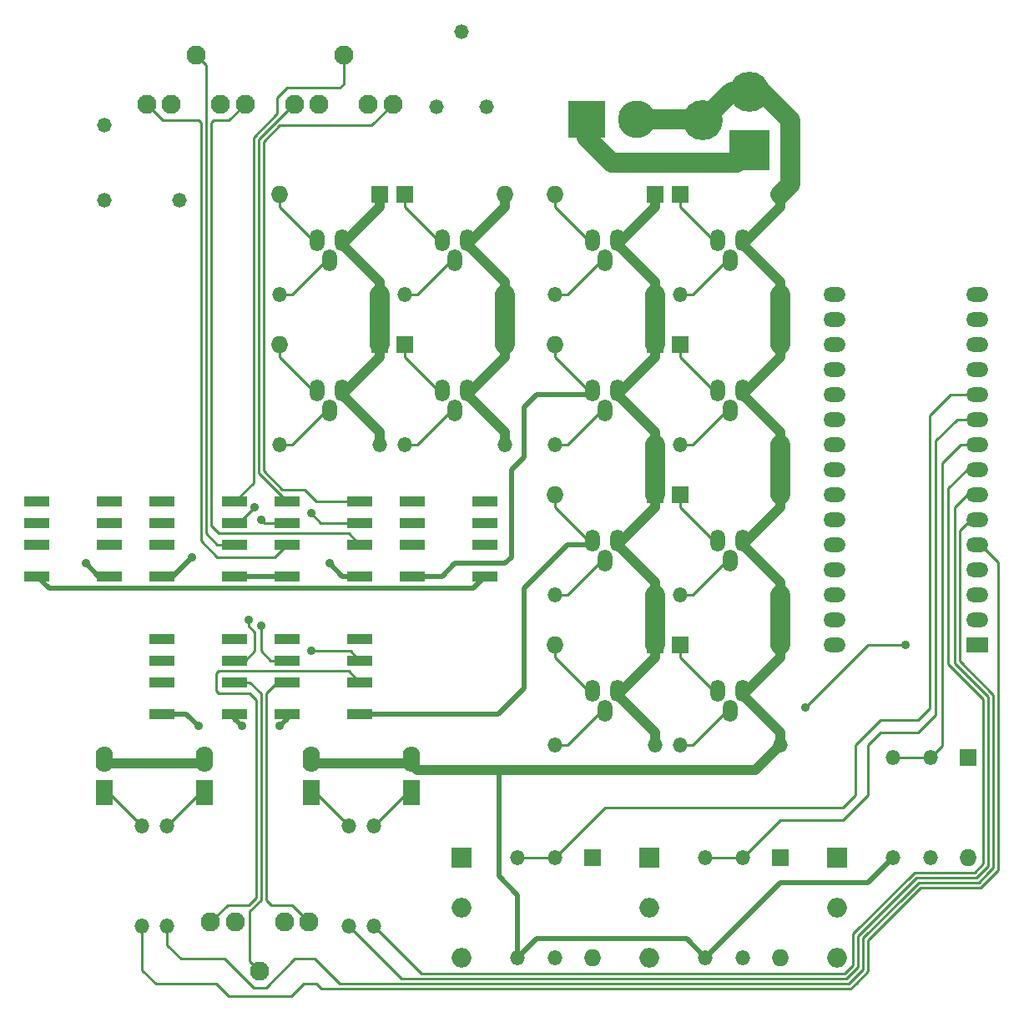
<source format=gtl>
G04 (created by PCBNEW (2013-07-07 BZR 4022)-stable) date Sun 01 Nov 2020 01:09:18 PM CST*
%MOIN*%
G04 Gerber Fmt 3.4, Leading zero omitted, Abs format*
%FSLAX34Y34*%
G01*
G70*
G90*
G04 APERTURE LIST*
%ADD10C,0.00590551*%
%ADD11R,0.069X0.069*%
%ADD12O,0.069X0.069*%
%ADD13O,0.059X0.0885*%
%ADD14C,0.0767717*%
%ADD15O,0.059X0.059*%
%ADD16R,0.069X0.1035*%
%ADD17O,0.069X0.1035*%
%ADD18R,0.0885X0.059*%
%ADD19O,0.0885X0.059*%
%ADD20R,0.0787402X0.0787402*%
%ADD21O,0.0787402X0.0787402*%
%ADD22R,0.16X0.16*%
%ADD23C,0.16*%
%ADD24R,0.15X0.15*%
%ADD25C,0.15*%
%ADD26R,0.0984252X0.0393701*%
%ADD27O,0.058X0.058*%
%ADD28C,0.035*%
%ADD29C,0.01*%
%ADD30C,0.08*%
%ADD31C,0.04*%
%ADD32C,0.02*%
G04 APERTURE END LIST*
G54D10*
G54D11*
X58000Y-92500D03*
G54D12*
X58000Y-96500D03*
G54D13*
X51500Y-73852D03*
X51000Y-74647D03*
X50500Y-73852D03*
X45500Y-67852D03*
X45000Y-68647D03*
X44500Y-67852D03*
X56500Y-85852D03*
X56000Y-86647D03*
X55500Y-85852D03*
X56500Y-73852D03*
X56000Y-74647D03*
X55500Y-73852D03*
X40500Y-73852D03*
X40000Y-74647D03*
X39500Y-73852D03*
X51500Y-79852D03*
X51000Y-80647D03*
X50500Y-79852D03*
X56500Y-79852D03*
X56000Y-80647D03*
X55500Y-79852D03*
X56500Y-67852D03*
X56000Y-68647D03*
X55500Y-67852D03*
X51500Y-67852D03*
X51000Y-68647D03*
X50500Y-67852D03*
X45500Y-73852D03*
X45000Y-74647D03*
X44500Y-73852D03*
X40500Y-67852D03*
X40000Y-68647D03*
X39500Y-67852D03*
X51500Y-85852D03*
X51000Y-86647D03*
X50500Y-85852D03*
G54D14*
X37204Y-97047D03*
X36220Y-95078D03*
X38188Y-95078D03*
X35236Y-95078D03*
X39173Y-95078D03*
G54D15*
X54000Y-76000D03*
X58000Y-76000D03*
X42000Y-70000D03*
X38000Y-70000D03*
X53000Y-76000D03*
X49000Y-76000D03*
X53000Y-82000D03*
X49000Y-82000D03*
X43000Y-70000D03*
X47000Y-70000D03*
X43000Y-76000D03*
X47000Y-76000D03*
X54000Y-82000D03*
X58000Y-82000D03*
X53000Y-88000D03*
X49000Y-88000D03*
X54000Y-88000D03*
X58000Y-88000D03*
X53000Y-70000D03*
X49000Y-70000D03*
X54000Y-70000D03*
X58000Y-70000D03*
X42000Y-76000D03*
X38000Y-76000D03*
X49000Y-96500D03*
X49000Y-92500D03*
X56500Y-96500D03*
X56500Y-92500D03*
X64000Y-92500D03*
X64000Y-88500D03*
X40750Y-95250D03*
X40750Y-91250D03*
X41750Y-95250D03*
X41750Y-91250D03*
X33500Y-95250D03*
X33500Y-91250D03*
X32500Y-95250D03*
X32500Y-91250D03*
G54D16*
X35000Y-89922D03*
G54D17*
X35000Y-88577D03*
G54D16*
X39250Y-89922D03*
G54D17*
X39250Y-88577D03*
G54D16*
X43250Y-89922D03*
G54D17*
X43250Y-88577D03*
G54D16*
X31000Y-89922D03*
G54D17*
X31000Y-88577D03*
G54D11*
X65500Y-88500D03*
G54D12*
X65500Y-92500D03*
G54D11*
X50500Y-92500D03*
G54D12*
X50500Y-96500D03*
G54D11*
X42000Y-72000D03*
G54D12*
X38000Y-72000D03*
G54D11*
X43000Y-72000D03*
G54D12*
X47000Y-72000D03*
G54D11*
X54000Y-66000D03*
G54D12*
X58000Y-66000D03*
G54D11*
X53000Y-66000D03*
G54D12*
X49000Y-66000D03*
G54D11*
X43000Y-66000D03*
G54D12*
X47000Y-66000D03*
G54D11*
X42000Y-66000D03*
G54D12*
X38000Y-66000D03*
G54D11*
X53000Y-84000D03*
G54D12*
X49000Y-84000D03*
G54D11*
X54000Y-84000D03*
G54D12*
X58000Y-84000D03*
G54D11*
X54000Y-72000D03*
G54D12*
X58000Y-72000D03*
G54D11*
X53000Y-72000D03*
G54D12*
X49000Y-72000D03*
G54D11*
X53000Y-78000D03*
G54D12*
X49000Y-78000D03*
G54D11*
X54000Y-78000D03*
G54D12*
X58000Y-78000D03*
G54D18*
X65852Y-84000D03*
G54D19*
X65852Y-83000D03*
X65852Y-82000D03*
X65852Y-81000D03*
X60147Y-79000D03*
X60147Y-80000D03*
X60147Y-81000D03*
X65852Y-80000D03*
X65852Y-79000D03*
X65852Y-78000D03*
X60147Y-78000D03*
X60147Y-77000D03*
X60147Y-76000D03*
X65852Y-77000D03*
X65852Y-76000D03*
X65852Y-75000D03*
X65852Y-74000D03*
X65852Y-73000D03*
X65852Y-72000D03*
X65852Y-71000D03*
X60147Y-75000D03*
X60147Y-74000D03*
X60147Y-73000D03*
X60147Y-72000D03*
X60147Y-71000D03*
X60147Y-70000D03*
X65852Y-70000D03*
X60147Y-82000D03*
X60147Y-83000D03*
X60147Y-84000D03*
G54D20*
X60250Y-92500D03*
G54D21*
X60250Y-94500D03*
X60250Y-96500D03*
G54D20*
X52750Y-92500D03*
G54D21*
X52750Y-94500D03*
X52750Y-96500D03*
G54D20*
X45250Y-92500D03*
G54D21*
X45250Y-94500D03*
X45250Y-96500D03*
G54D22*
X56750Y-64250D03*
G54D23*
X56750Y-61900D03*
X54900Y-63050D03*
G54D24*
X50250Y-63000D03*
G54D25*
X52250Y-63000D03*
G54D15*
X47500Y-92500D03*
X47500Y-96500D03*
X55000Y-92500D03*
X55000Y-96500D03*
X62500Y-88500D03*
X62500Y-92500D03*
G54D26*
X33293Y-85500D03*
X33293Y-84633D03*
X33293Y-83767D03*
X33293Y-86759D03*
X36206Y-85500D03*
X36206Y-84633D03*
X36206Y-83767D03*
X36206Y-86759D03*
X38293Y-85500D03*
X38293Y-84633D03*
X38293Y-83767D03*
X38293Y-86759D03*
X41206Y-85500D03*
X41206Y-84633D03*
X41206Y-83767D03*
X41206Y-86759D03*
X43293Y-80000D03*
X43293Y-79133D03*
X43293Y-78267D03*
X43293Y-81259D03*
X46206Y-80000D03*
X46206Y-79133D03*
X46206Y-78267D03*
X46206Y-81259D03*
X38293Y-80000D03*
X38293Y-79133D03*
X38293Y-78267D03*
X38293Y-81259D03*
X41206Y-80000D03*
X41206Y-79133D03*
X41206Y-78267D03*
X41206Y-81259D03*
X33293Y-80000D03*
X33293Y-79133D03*
X33293Y-78267D03*
X33293Y-81259D03*
X36206Y-80000D03*
X36206Y-79133D03*
X36206Y-78267D03*
X36206Y-81259D03*
X28293Y-80000D03*
X28293Y-79133D03*
X28293Y-78267D03*
X28293Y-81259D03*
X31206Y-80000D03*
X31206Y-79133D03*
X31206Y-78267D03*
X31206Y-81259D03*
G54D14*
X34645Y-60433D03*
X35629Y-62401D03*
X33661Y-62401D03*
X36614Y-62401D03*
X32677Y-62401D03*
X40551Y-60433D03*
X41535Y-62401D03*
X39566Y-62401D03*
X42519Y-62401D03*
X38582Y-62401D03*
G54D27*
X45250Y-59500D03*
X46250Y-62500D03*
X44250Y-62500D03*
X31000Y-66250D03*
X34000Y-66250D03*
X31000Y-63250D03*
G54D28*
X38000Y-87250D03*
X36500Y-87250D03*
X34500Y-80500D03*
X40000Y-80750D03*
X30250Y-80750D03*
X34750Y-87250D03*
X63000Y-84000D03*
X59000Y-86500D03*
X39250Y-84250D03*
X39250Y-78750D03*
X37000Y-78500D03*
X36750Y-83000D03*
X37250Y-83250D03*
X37250Y-79000D03*
G54D29*
X66700Y-92600D02*
X66700Y-80700D01*
X66700Y-92998D02*
X66700Y-92600D01*
X65400Y-93700D02*
X65998Y-93700D01*
X63598Y-93700D02*
X65400Y-93700D01*
X61500Y-96750D02*
X61500Y-95798D01*
X61500Y-97048D02*
X61500Y-96750D01*
X45350Y-97750D02*
X60798Y-97750D01*
X39450Y-97550D02*
X39650Y-97750D01*
X39650Y-97750D02*
X45350Y-97750D01*
X35950Y-98050D02*
X38200Y-98050D01*
X38200Y-98050D02*
X38450Y-98050D01*
X38450Y-98050D02*
X38950Y-97550D01*
X32500Y-95250D02*
X32500Y-97000D01*
X35450Y-97550D02*
X35850Y-97950D01*
X33050Y-97550D02*
X35450Y-97550D01*
X32500Y-97000D02*
X33050Y-97550D01*
X35850Y-97950D02*
X35950Y-98050D01*
X38950Y-97550D02*
X39450Y-97550D01*
X60798Y-97750D02*
X61024Y-97524D01*
X61024Y-97524D02*
X61500Y-97048D01*
X61500Y-95798D02*
X62799Y-94499D01*
X62799Y-94499D02*
X63598Y-93700D01*
X65998Y-93700D02*
X66249Y-93449D01*
X66249Y-93449D02*
X66700Y-92998D01*
X66700Y-80700D02*
X66000Y-80000D01*
X66500Y-92500D02*
X66500Y-86000D01*
X66500Y-92915D02*
X66500Y-92500D01*
X65550Y-93500D02*
X65915Y-93500D01*
X63515Y-93500D02*
X65550Y-93500D01*
X61300Y-96600D02*
X61300Y-95715D01*
X61300Y-96965D02*
X61300Y-96600D01*
X45450Y-97550D02*
X60715Y-97550D01*
X39400Y-96550D02*
X40400Y-97550D01*
X40400Y-97550D02*
X45450Y-97550D01*
X33500Y-95250D02*
X33500Y-96000D01*
X38600Y-96550D02*
X39150Y-96550D01*
X37450Y-97700D02*
X38600Y-96550D01*
X36950Y-97700D02*
X37450Y-97700D01*
X35800Y-96550D02*
X36950Y-97700D01*
X34050Y-96550D02*
X35800Y-96550D01*
X33500Y-96000D02*
X34050Y-96550D01*
X39150Y-96550D02*
X39400Y-96550D01*
X60715Y-97550D02*
X60957Y-97307D01*
X60957Y-97307D02*
X61300Y-96965D01*
X61300Y-95715D02*
X62982Y-94032D01*
X62982Y-94032D02*
X63515Y-93500D01*
X65915Y-93500D02*
X66307Y-93107D01*
X66307Y-93107D02*
X66500Y-92915D01*
X65600Y-79000D02*
X66000Y-79000D01*
X65150Y-79450D02*
X65600Y-79000D01*
X65150Y-84650D02*
X65150Y-79450D01*
X66500Y-86000D02*
X65150Y-84650D01*
X64949Y-79850D02*
X64949Y-78500D01*
X65133Y-84916D02*
X64949Y-84732D01*
X66300Y-86250D02*
X66300Y-86082D01*
X66300Y-86082D02*
X65158Y-84941D01*
X65158Y-84941D02*
X65133Y-84916D01*
X61100Y-96550D02*
X61100Y-95632D01*
X61100Y-96882D02*
X61100Y-96550D01*
X45450Y-97350D02*
X60632Y-97350D01*
X42850Y-97350D02*
X45450Y-97350D01*
X40750Y-95250D02*
X42850Y-97350D01*
X60632Y-97350D02*
X60966Y-97016D01*
X60966Y-97016D02*
X61100Y-96882D01*
X66300Y-92832D02*
X66300Y-92400D01*
X65832Y-93300D02*
X66300Y-92832D01*
X63432Y-93300D02*
X65832Y-93300D01*
X61100Y-95632D02*
X63432Y-93300D01*
X66300Y-92400D02*
X66300Y-86250D01*
X64949Y-84732D02*
X64949Y-84350D01*
X64949Y-79850D02*
X64949Y-84350D01*
X65450Y-78000D02*
X66000Y-78000D01*
X64949Y-78500D02*
X65450Y-78000D01*
X64700Y-80850D02*
X64700Y-77750D01*
X64700Y-84765D02*
X64700Y-80850D01*
X66100Y-92400D02*
X66100Y-86300D01*
X60900Y-95550D02*
X63350Y-93100D01*
X63350Y-93100D02*
X65750Y-93100D01*
X65750Y-93100D02*
X66100Y-92750D01*
X66100Y-92750D02*
X66100Y-92400D01*
X45450Y-97150D02*
X60550Y-97150D01*
X43650Y-97150D02*
X45450Y-97150D01*
X41750Y-95250D02*
X43650Y-97150D01*
X60900Y-96800D02*
X60900Y-96450D01*
X60550Y-97150D02*
X60900Y-96800D01*
X60900Y-96450D02*
X60900Y-95550D01*
X66100Y-86165D02*
X65067Y-85132D01*
X66100Y-86300D02*
X66100Y-86165D01*
X65067Y-85132D02*
X64700Y-84765D01*
X65450Y-77000D02*
X66000Y-77000D01*
X64700Y-77750D02*
X65450Y-77000D01*
G54D30*
X42000Y-72000D02*
X42000Y-70000D01*
X53000Y-72000D02*
X53000Y-70000D01*
X53000Y-78000D02*
X53000Y-76000D01*
X53000Y-82000D02*
X53000Y-84000D01*
G54D31*
X40500Y-74000D02*
X42000Y-72500D01*
X42000Y-72500D02*
X42000Y-72000D01*
X40500Y-68000D02*
X42000Y-66500D01*
X42000Y-66500D02*
X42000Y-66000D01*
X51500Y-68000D02*
X53000Y-66500D01*
X53000Y-66500D02*
X53000Y-66000D01*
X53000Y-72000D02*
X53000Y-72500D01*
X53000Y-72500D02*
X51500Y-74000D01*
X51500Y-80000D02*
X53000Y-78500D01*
X53000Y-78500D02*
X53000Y-78000D01*
X51500Y-86000D02*
X53000Y-84500D01*
X53000Y-84500D02*
X53000Y-84000D01*
X42000Y-76000D02*
X42000Y-75500D01*
X42000Y-75500D02*
X40500Y-74000D01*
X42000Y-70000D02*
X42000Y-69500D01*
X42000Y-69500D02*
X40500Y-68000D01*
X53000Y-70000D02*
X53000Y-69500D01*
X53000Y-69500D02*
X51500Y-68000D01*
X53000Y-76000D02*
X53000Y-75500D01*
X53000Y-75500D02*
X51500Y-74000D01*
X53000Y-82000D02*
X53000Y-81500D01*
X53000Y-81500D02*
X51500Y-80000D01*
X53000Y-88000D02*
X53000Y-87500D01*
X53000Y-87500D02*
X51500Y-86000D01*
X50250Y-63000D02*
X50250Y-63750D01*
X56250Y-64750D02*
X56750Y-64250D01*
G54D30*
X51250Y-64750D02*
X56250Y-64750D01*
X50250Y-63750D02*
X51250Y-64750D01*
G54D32*
X55000Y-96500D02*
X58000Y-93500D01*
X61500Y-93500D02*
X62500Y-92500D01*
X58000Y-93500D02*
X61500Y-93500D01*
X47500Y-96500D02*
X48250Y-95750D01*
X54250Y-95750D02*
X55000Y-96500D01*
X53750Y-95750D02*
X54250Y-95750D01*
X48250Y-95750D02*
X53750Y-95750D01*
X47500Y-96500D02*
X47500Y-94000D01*
X46750Y-93250D02*
X46750Y-89000D01*
X47500Y-94000D02*
X46750Y-93250D01*
G54D31*
X58000Y-88000D02*
X57000Y-89000D01*
X57000Y-89000D02*
X46750Y-89000D01*
X46750Y-89000D02*
X43500Y-89000D01*
X43500Y-89000D02*
X43250Y-88750D01*
G54D30*
X56750Y-61900D02*
X57250Y-61900D01*
X58400Y-65600D02*
X58000Y-66000D01*
X58400Y-63050D02*
X58400Y-65600D01*
X57250Y-61900D02*
X58400Y-63050D01*
G54D31*
X43250Y-88750D02*
X39250Y-88750D01*
X31000Y-88750D02*
X35000Y-88750D01*
G54D30*
X47000Y-72000D02*
X47000Y-70000D01*
X58000Y-72000D02*
X58000Y-70000D01*
X58000Y-78000D02*
X58000Y-76000D01*
X58000Y-82000D02*
X58000Y-84000D01*
G54D31*
X45500Y-74000D02*
X47000Y-72500D01*
X47000Y-72500D02*
X47000Y-72000D01*
X45500Y-68000D02*
X47000Y-66500D01*
X47000Y-66500D02*
X47000Y-66000D01*
X56500Y-68000D02*
X58000Y-66500D01*
X58000Y-66500D02*
X58000Y-66000D01*
X56500Y-74000D02*
X58000Y-72500D01*
X58000Y-72500D02*
X58000Y-72000D01*
X56500Y-80000D02*
X58000Y-78500D01*
X58000Y-78500D02*
X58000Y-78000D01*
X56500Y-86000D02*
X58000Y-84500D01*
X58000Y-84500D02*
X58000Y-84000D01*
X47000Y-76000D02*
X47000Y-75500D01*
X47000Y-75500D02*
X45500Y-74000D01*
X47000Y-70000D02*
X47000Y-69500D01*
X47000Y-69500D02*
X45500Y-68000D01*
X58000Y-70000D02*
X58000Y-69500D01*
X58000Y-69500D02*
X56500Y-68000D01*
X58000Y-76000D02*
X58000Y-75500D01*
X58000Y-75500D02*
X56500Y-74000D01*
X58000Y-82000D02*
X58000Y-81500D01*
X58000Y-81500D02*
X56500Y-80000D01*
X58000Y-88000D02*
X58000Y-87500D01*
X58000Y-87500D02*
X56500Y-86000D01*
G54D30*
X54900Y-63050D02*
X56050Y-61900D01*
G54D31*
X56050Y-61900D02*
X56750Y-61900D01*
G54D30*
X52250Y-63000D02*
X54850Y-63000D01*
X54850Y-63000D02*
X54900Y-63050D01*
G54D29*
X47500Y-92500D02*
X49000Y-92500D01*
X63950Y-85900D02*
X63950Y-74850D01*
X63950Y-86550D02*
X63950Y-85900D01*
X61000Y-88000D02*
X62000Y-87000D01*
X51000Y-90500D02*
X60500Y-90500D01*
X60500Y-90500D02*
X61000Y-90000D01*
X61000Y-90000D02*
X61000Y-89000D01*
X61000Y-89000D02*
X61000Y-88000D01*
X49000Y-92500D02*
X51000Y-90500D01*
X62000Y-87000D02*
X63500Y-87000D01*
X63500Y-87000D02*
X63950Y-86550D01*
X64800Y-74000D02*
X66000Y-74000D01*
X63950Y-74850D02*
X64800Y-74000D01*
X55000Y-92500D02*
X56500Y-92500D01*
X64200Y-85400D02*
X64200Y-75850D01*
X64200Y-86800D02*
X64200Y-85400D01*
X56500Y-92500D02*
X58000Y-91000D01*
X63500Y-87500D02*
X64000Y-87000D01*
X62000Y-87500D02*
X63500Y-87500D01*
X61500Y-88000D02*
X62000Y-87500D01*
X61500Y-90000D02*
X61500Y-88000D01*
X60500Y-91000D02*
X61500Y-90000D01*
X58000Y-91000D02*
X60500Y-91000D01*
X64000Y-87000D02*
X64200Y-86800D01*
X65050Y-75000D02*
X66000Y-75000D01*
X64200Y-75850D02*
X65050Y-75000D01*
X64000Y-88500D02*
X62500Y-88500D01*
X64450Y-84350D02*
X64450Y-76750D01*
X64450Y-88050D02*
X64450Y-84350D01*
X64000Y-88500D02*
X64450Y-88050D01*
X65200Y-76000D02*
X66000Y-76000D01*
X64450Y-76750D02*
X65200Y-76000D01*
G54D32*
X36206Y-81259D02*
X38293Y-81259D01*
G54D29*
X37049Y-94000D02*
X37049Y-94117D01*
X35914Y-94400D02*
X35236Y-95078D01*
X36767Y-94400D02*
X35914Y-94400D01*
X37049Y-94117D02*
X36767Y-94400D01*
X37049Y-94000D02*
X37049Y-86199D01*
X40756Y-85050D02*
X41206Y-85500D01*
X35550Y-85050D02*
X40756Y-85050D01*
X35450Y-85150D02*
X35550Y-85050D01*
X35450Y-85850D02*
X35450Y-85150D01*
X35550Y-85950D02*
X35450Y-85850D01*
X36800Y-85950D02*
X35550Y-85950D01*
X37049Y-86199D02*
X36800Y-85950D01*
X37250Y-94200D02*
X37250Y-85950D01*
X37250Y-94200D02*
X36800Y-94650D01*
X36800Y-94650D02*
X36800Y-96642D01*
X37204Y-97047D02*
X36800Y-96642D01*
X36800Y-85500D02*
X36206Y-85500D01*
X37250Y-85950D02*
X36800Y-85500D01*
G54D32*
X36206Y-86759D02*
X36206Y-86956D01*
X38293Y-86956D02*
X38293Y-86759D01*
X38000Y-87250D02*
X38293Y-86956D01*
X36206Y-86956D02*
X36500Y-87250D01*
G54D29*
X36949Y-77524D02*
X36206Y-78267D01*
X36949Y-75600D02*
X36949Y-77524D01*
X36949Y-68000D02*
X36949Y-75600D01*
X36949Y-63734D02*
X36949Y-68000D01*
X37900Y-62784D02*
X36949Y-63734D01*
X37900Y-62150D02*
X37900Y-62784D01*
X38300Y-61750D02*
X37900Y-62150D01*
X40400Y-61750D02*
X38300Y-61750D01*
X40551Y-61598D02*
X40400Y-61750D01*
X40551Y-60433D02*
X40551Y-61598D01*
X37350Y-76200D02*
X37350Y-77041D01*
X39467Y-78267D02*
X41206Y-78267D01*
X39000Y-77800D02*
X39467Y-78267D01*
X38108Y-77800D02*
X39000Y-77800D01*
X37350Y-77041D02*
X38108Y-77800D01*
X41671Y-63250D02*
X37999Y-63250D01*
X37999Y-63250D02*
X37350Y-63900D01*
X37350Y-63900D02*
X37350Y-76200D01*
X42519Y-62401D02*
X41671Y-63250D01*
X41750Y-91250D02*
X43250Y-89750D01*
X40750Y-91250D02*
X39250Y-89750D01*
G54D32*
X28293Y-81259D02*
X28783Y-81750D01*
X45716Y-81750D02*
X46206Y-81259D01*
X28783Y-81750D02*
X45716Y-81750D01*
G54D29*
X33500Y-91250D02*
X35000Y-89750D01*
X32500Y-91250D02*
X31000Y-89750D01*
X34849Y-63150D02*
X34849Y-65650D01*
X33325Y-63050D02*
X34749Y-63050D01*
X34749Y-63050D02*
X34849Y-63150D01*
X34849Y-65650D02*
X34849Y-79849D01*
X34849Y-79849D02*
X35500Y-80500D01*
X35500Y-80500D02*
X37793Y-80500D01*
X33325Y-63050D02*
X32677Y-62401D01*
X38293Y-80000D02*
X37793Y-80500D01*
X49000Y-66000D02*
X49000Y-66500D01*
X54000Y-66000D02*
X54000Y-66500D01*
X54000Y-66500D02*
X55500Y-68000D01*
G54D32*
X33740Y-81259D02*
X33293Y-81259D01*
X34500Y-80500D02*
X33740Y-81259D01*
G54D29*
X49000Y-66500D02*
X50500Y-68000D01*
X43000Y-72000D02*
X43000Y-72500D01*
X38000Y-72000D02*
X38000Y-72500D01*
G54D32*
X40509Y-81259D02*
X41206Y-81259D01*
X40000Y-80750D02*
X40509Y-81259D01*
G54D29*
X43000Y-72500D02*
X44500Y-74000D01*
X38000Y-72500D02*
X39500Y-74000D01*
X41206Y-80000D02*
X40756Y-79550D01*
X35550Y-79550D02*
X40756Y-79550D01*
X35250Y-79250D02*
X35550Y-79550D01*
X35250Y-65650D02*
X35250Y-63150D01*
X35965Y-63050D02*
X35350Y-63050D01*
X35350Y-63050D02*
X35250Y-63150D01*
X35250Y-65650D02*
X35250Y-79250D01*
X35965Y-63050D02*
X36614Y-62401D01*
X36206Y-80000D02*
X35500Y-80000D01*
X35050Y-79550D02*
X35500Y-80000D01*
X35050Y-63337D02*
X35050Y-60837D01*
X35050Y-63337D02*
X35050Y-79550D01*
X35050Y-60837D02*
X34645Y-60433D01*
X38582Y-62401D02*
X38565Y-62401D01*
X38565Y-62401D02*
X37149Y-63817D01*
X37149Y-63817D02*
X37149Y-69450D01*
X37149Y-69450D02*
X37149Y-75600D01*
X37149Y-76282D02*
X37149Y-77124D01*
X37149Y-75600D02*
X37149Y-76282D01*
X37149Y-77124D02*
X38293Y-78267D01*
X37450Y-94200D02*
X37450Y-85949D01*
X37650Y-94400D02*
X37450Y-94200D01*
X38494Y-94400D02*
X37650Y-94400D01*
X39173Y-95078D02*
X38494Y-94400D01*
X37900Y-85500D02*
X38293Y-85500D01*
X37450Y-85949D02*
X37900Y-85500D01*
G54D32*
X31206Y-81259D02*
X30759Y-81259D01*
X30759Y-81259D02*
X30250Y-80750D01*
G54D29*
X38000Y-66500D02*
X39500Y-68000D01*
X43000Y-66500D02*
X44500Y-68000D01*
X38000Y-66000D02*
X38000Y-66500D01*
X43000Y-66000D02*
X43000Y-66500D01*
G54D32*
X41206Y-86759D02*
X46740Y-86759D01*
X49500Y-80000D02*
X50500Y-80000D01*
X47750Y-81750D02*
X49500Y-80000D01*
X47750Y-85750D02*
X47750Y-81750D01*
X46740Y-86759D02*
X47750Y-85750D01*
G54D29*
X49000Y-78000D02*
X49000Y-78500D01*
X49000Y-78500D02*
X50500Y-80000D01*
X54000Y-78000D02*
X54000Y-78500D01*
X54000Y-78500D02*
X55500Y-80000D01*
G54D32*
X33293Y-86759D02*
X34259Y-86759D01*
X34259Y-86759D02*
X34750Y-87250D01*
G54D29*
X54000Y-84000D02*
X54000Y-84500D01*
X54000Y-84500D02*
X55500Y-86000D01*
X49000Y-84000D02*
X49000Y-84500D01*
X49000Y-84500D02*
X50500Y-86000D01*
G54D32*
X43293Y-81259D02*
X44490Y-81259D01*
X48250Y-74000D02*
X50500Y-74000D01*
X47750Y-74500D02*
X48250Y-74000D01*
X47750Y-76500D02*
X47750Y-74500D01*
X47250Y-77000D02*
X47750Y-76500D01*
X47250Y-80500D02*
X47250Y-77000D01*
X47000Y-80750D02*
X47250Y-80500D01*
X45000Y-80750D02*
X47000Y-80750D01*
X44490Y-81259D02*
X45000Y-80750D01*
G54D29*
X54000Y-72500D02*
X55500Y-74000D01*
X49000Y-72500D02*
X50500Y-74000D01*
X54000Y-72000D02*
X54000Y-72500D01*
X49000Y-72000D02*
X49000Y-72500D01*
X54500Y-70000D02*
X56000Y-68500D01*
X54000Y-70000D02*
X54500Y-70000D01*
X43500Y-76000D02*
X45000Y-74500D01*
X43000Y-76000D02*
X43500Y-76000D01*
X54000Y-88000D02*
X54500Y-88000D01*
X54500Y-88000D02*
X56000Y-86500D01*
X54000Y-82000D02*
X54500Y-82000D01*
X54500Y-82000D02*
X56000Y-80500D01*
X54000Y-76000D02*
X54500Y-76000D01*
X54500Y-76000D02*
X56000Y-74500D01*
X43000Y-70000D02*
X43500Y-70000D01*
X43500Y-70000D02*
X45000Y-68500D01*
X38500Y-76000D02*
X40000Y-74500D01*
X38000Y-76000D02*
X38500Y-76000D01*
X49500Y-70000D02*
X51000Y-68500D01*
X49000Y-70000D02*
X49500Y-70000D01*
X49000Y-82000D02*
X49500Y-82000D01*
X49500Y-82000D02*
X51000Y-80500D01*
X61500Y-84000D02*
X63000Y-84000D01*
X59000Y-86500D02*
X61500Y-84000D01*
X49000Y-88000D02*
X49500Y-88000D01*
X49500Y-88000D02*
X51000Y-86500D01*
X38000Y-70000D02*
X38500Y-70000D01*
X38500Y-70000D02*
X40000Y-68500D01*
X49000Y-76000D02*
X49500Y-76000D01*
X49500Y-76000D02*
X51000Y-74500D01*
X41206Y-79133D02*
X39633Y-79133D01*
X40822Y-84250D02*
X41206Y-84633D01*
X39250Y-84250D02*
X40822Y-84250D01*
X39633Y-79133D02*
X39250Y-78750D01*
X36206Y-84633D02*
X36616Y-84633D01*
X36366Y-79133D02*
X36206Y-79133D01*
X37000Y-78500D02*
X36366Y-79133D01*
X36750Y-83250D02*
X36750Y-83000D01*
X37000Y-83500D02*
X36750Y-83250D01*
X37000Y-84250D02*
X37000Y-83500D01*
X36616Y-84633D02*
X37000Y-84250D01*
X38293Y-79133D02*
X37383Y-79133D01*
X37633Y-84633D02*
X38293Y-84633D01*
X37250Y-84250D02*
X37633Y-84633D01*
X37250Y-83250D02*
X37250Y-84250D01*
X37383Y-79133D02*
X37250Y-79000D01*
M02*

</source>
